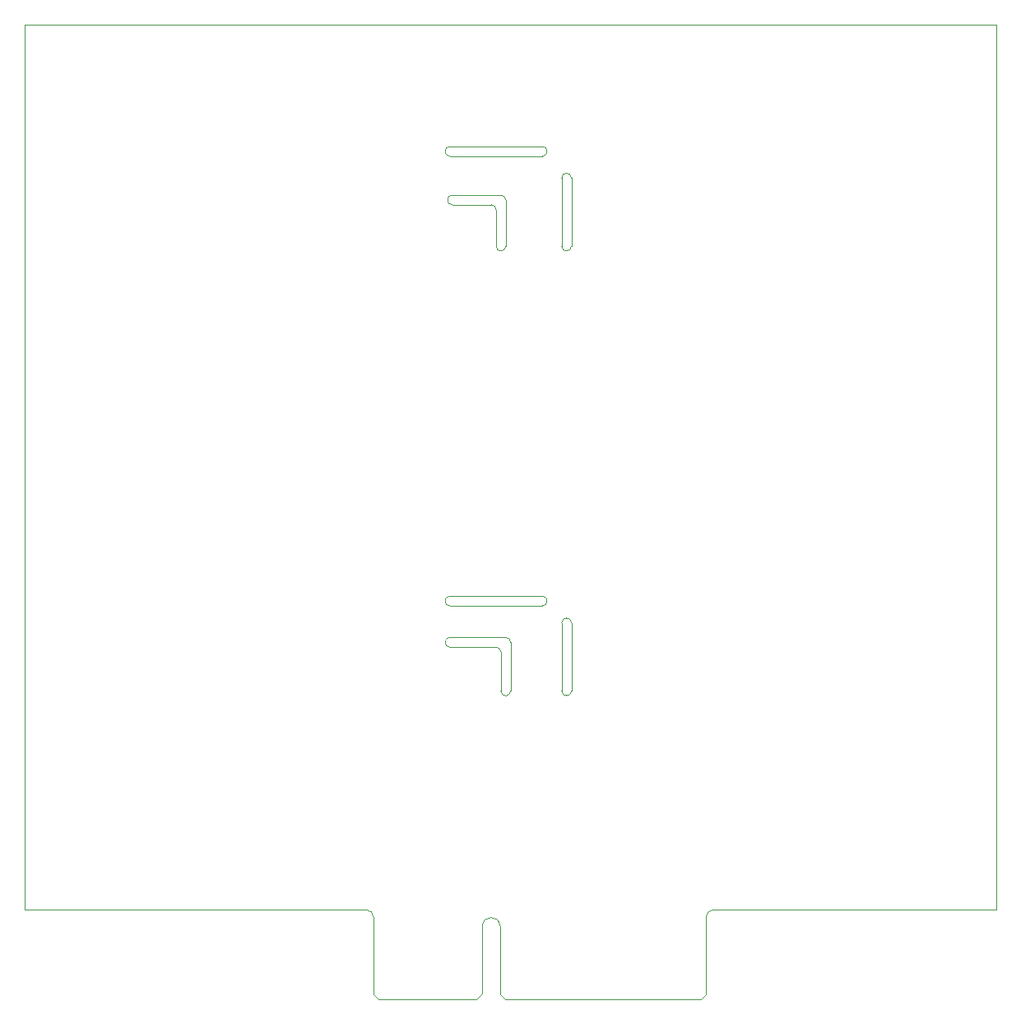
<source format=gko>
G04 #@! TF.FileFunction,Profile,NP*
%FSLAX46Y46*%
G04 Gerber Fmt 4.6, Leading zero omitted, Abs format (unit mm)*
G04 Created by KiCad (PCBNEW (after 2015-may-25 BZR unknown)-product) date Wed 27 May 2015 09:58:39 PM EDT*
%MOMM*%
G01*
G04 APERTURE LIST*
%ADD10C,0.100000*%
G04 APERTURE END LIST*
D10*
X112000000Y-86500000D02*
X112000000Y-81500000D01*
X111000000Y-82500000D02*
X111000000Y-86500000D01*
X111000000Y-86500000D02*
G75*
G03X112000000Y-86500000I500000J0D01*
G01*
X112000000Y-81500000D02*
G75*
G03X111500000Y-81000000I-500000J0D01*
G01*
X111000000Y-82500000D02*
G75*
G03X110500000Y-82000000I-500000J0D01*
G01*
X118250000Y-79500000D02*
X118250000Y-86500000D01*
X118250000Y-79500000D02*
G75*
G03X117250000Y-79500000I-500000J0D01*
G01*
X117250000Y-86500000D02*
G75*
G03X118250000Y-86500000I500000J0D01*
G01*
X117250000Y-86500000D02*
X117250000Y-79500000D01*
X118250000Y-33750000D02*
X118250000Y-40750000D01*
X117250000Y-40750000D02*
X117250000Y-33750000D01*
X117250000Y-40750000D02*
G75*
G03X118250000Y-40750000I500000J0D01*
G01*
X118250000Y-33750000D02*
G75*
G03X117250000Y-33750000I-500000J0D01*
G01*
X111500000Y-36000000D02*
X111500000Y-40750000D01*
X111000000Y-35500000D02*
X110500000Y-35500000D01*
X111500000Y-36000000D02*
G75*
G03X111000000Y-35500000I-500000J0D01*
G01*
X110500000Y-37000000D02*
X110500000Y-40750000D01*
X110000000Y-36500000D02*
X106000000Y-36500000D01*
X110500000Y-37000000D02*
G75*
G03X110000000Y-36500000I-500000J0D01*
G01*
X105750000Y-82000000D02*
X110500000Y-82000000D01*
X111500000Y-81000000D02*
X105750000Y-81000000D01*
X110500000Y-35500000D02*
X106000000Y-35500000D01*
X115250000Y-31500000D02*
G75*
G03X115250000Y-30500000I0J500000D01*
G01*
X105750000Y-30500000D02*
G75*
G03X105750000Y-31500000I0J-500000D01*
G01*
X105750000Y-31500000D02*
X115250000Y-31500000D01*
X105750000Y-30500000D02*
X115250000Y-30500000D01*
X110500000Y-40750000D02*
G75*
G03X111500000Y-40750000I500000J0D01*
G01*
X106000000Y-35500000D02*
G75*
G03X106000000Y-36500000I0J-500000D01*
G01*
X115250000Y-77750000D02*
G75*
G03X115250000Y-76750000I0J500000D01*
G01*
X105750000Y-77750000D02*
X115250000Y-77750000D01*
X105750000Y-76750000D02*
X115250000Y-76750000D01*
X105750000Y-76750000D02*
G75*
G03X105750000Y-77750000I0J-500000D01*
G01*
X105750000Y-81000000D02*
G75*
G03X105750000Y-82000000I0J-500000D01*
G01*
X132900000Y-109000000D02*
G75*
G03X132100000Y-109800000I0J-800000D01*
G01*
X133000000Y-109000000D02*
X132900000Y-109000000D01*
X132100000Y-117700000D02*
X132100000Y-109800000D01*
X131600000Y-118200000D02*
X132100000Y-117700000D01*
X111400000Y-118200000D02*
X131600000Y-118200000D01*
X110900000Y-117700000D02*
X111400000Y-118200000D01*
X110900000Y-110700000D02*
X110900000Y-117700000D01*
X110900000Y-110700000D02*
G75*
G03X109100000Y-110700000I-900000J0D01*
G01*
X109100000Y-117600000D02*
X109100000Y-110700000D01*
X108500000Y-118200000D02*
X109100000Y-117600000D01*
X98400000Y-118200000D02*
X108500000Y-118200000D01*
X97900000Y-117700000D02*
X98400000Y-118200000D01*
X97900000Y-109800000D02*
X97900000Y-117700000D01*
X97900000Y-109800000D02*
G75*
G03X97100000Y-109000000I-800000J0D01*
G01*
X97000000Y-109000000D02*
X97100000Y-109000000D01*
X162000000Y-109000000D02*
X133000000Y-109000000D01*
X162000000Y-18000000D02*
X162000000Y-109000000D01*
X152000000Y-18000000D02*
X162000000Y-18000000D01*
X62000000Y-18000000D02*
X152000000Y-18000000D01*
X62000000Y-109000000D02*
X62000000Y-18000000D01*
X97000000Y-109000000D02*
X62000000Y-109000000D01*
M02*

</source>
